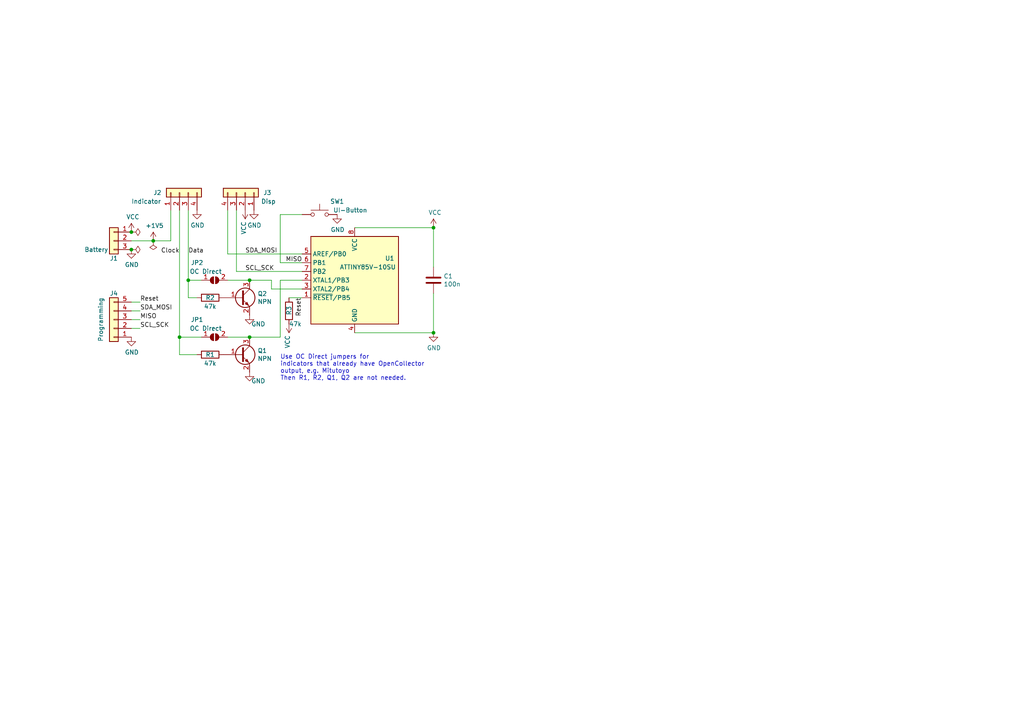
<source format=kicad_sch>
(kicad_sch (version 20211123) (generator eeschema)
  (paper "A4")
  (lib_symbols
    (symbol "Connector_Generic:Conn_01x03" (pin_names (offset 1.016) hide)
      (property "Reference" "J" (at 0 5.08 0))
      (property "Value" "Conn_01x03" (at 0 -5.08 0))
      (symbol "Conn_01x03_1_1"
        (rectangle (start -1.27 -2.413) (end 0 -2.667) (stroke (width 0.1524)))
        (rectangle (start -1.27 0.127) (end 0 -0.127) (stroke (width 0.1524)))
        (rectangle (start -1.27 2.667) (end 0 2.413) (stroke (width 0.1524)))
        (rectangle (start -1.27 3.81) (end 1.27 -3.81) (stroke (width 0.254)) (fill (type background)))
        (pin passive line (at -5.08 2.54 0) (length 3.81) (name "Pin_1") (number "1"))
        (pin passive line (at -5.08 0 0) (length 3.81) (name "Pin_2") (number "2"))
        (pin passive line (at -5.08 -2.54 0) (length 3.81) (name "Pin_3") (number "3"))
      )
    )
    (symbol "Connector_Generic:Conn_01x04" (pin_names (offset 1.016) hide)
      (property "Reference" "J" (at 0 5.08 0))
      (property "Value" "Conn_01x04" (at 0 -7.62 0))
      (symbol "Conn_01x04_1_1"
        (rectangle (start -1.27 -4.953) (end 0 -5.207) (stroke (width 0.1524)))
        (rectangle (start -1.27 -2.413) (end 0 -2.667) (stroke (width 0.1524)))
        (rectangle (start -1.27 0.127) (end 0 -0.127) (stroke (width 0.1524)))
        (rectangle (start -1.27 2.667) (end 0 2.413) (stroke (width 0.1524)))
        (rectangle (start -1.27 3.81) (end 1.27 -6.35) (stroke (width 0.254)) (fill (type background)))
        (pin passive line (at -5.08 2.54 0) (length 3.81) (name "Pin_1") (number "1"))
        (pin passive line (at -5.08 0 0) (length 3.81) (name "Pin_2") (number "2"))
        (pin passive line (at -5.08 -2.54 0) (length 3.81) (name "Pin_3") (number "3"))
        (pin passive line (at -5.08 -5.08 0) (length 3.81) (name "Pin_4") (number "4"))
      )
    )
    (symbol "Connector_Generic:Conn_01x05" (pin_names (offset 1.016) hide)
      (property "Reference" "J" (at 0 7.62 0))
      (property "Value" "Conn_01x05" (at 0 -7.62 0))
      (symbol "Conn_01x05_1_1"
        (rectangle (start -1.27 -4.953) (end 0 -5.207) (stroke (width 0.1524)))
        (rectangle (start -1.27 -2.413) (end 0 -2.667) (stroke (width 0.1524)))
        (rectangle (start -1.27 0.127) (end 0 -0.127) (stroke (width 0.1524)))
        (rectangle (start -1.27 2.667) (end 0 2.413) (stroke (width 0.1524)))
        (rectangle (start -1.27 5.207) (end 0 4.953) (stroke (width 0.1524)))
        (rectangle (start -1.27 6.35) (end 1.27 -6.35) (stroke (width 0.254)) (fill (type background)))
        (pin passive line (at -5.08 5.08 0) (length 3.81) (name "Pin_1") (number "1"))
        (pin passive line (at -5.08 2.54 0) (length 3.81) (name "Pin_2") (number "2"))
        (pin passive line (at -5.08 0 0) (length 3.81) (name "Pin_3") (number "3"))
        (pin passive line (at -5.08 -2.54 0) (length 3.81) (name "Pin_4") (number "4"))
        (pin passive line (at -5.08 -5.08 0) (length 3.81) (name "Pin_5") (number "5"))
      )
    )
    (symbol "Device:C" (pin_numbers hide) (pin_names (offset 0.254))
      (property "Reference" "C" (at 0.635 2.54 0))
      (property "Value" "C" (at 0.635 -2.54 0))
      (symbol "C_0_1"
        (polyline (pts (xy -2.032 -0.762) (xy 2.032 -0.762)) (stroke (width 0.508)))
        (polyline (pts (xy -2.032 0.762) (xy 2.032 0.762)) (stroke (width 0.508)))
      )
      (symbol "C_1_1"
        (pin passive line (at 0 3.81 270) (length 2.794) (name "~") (number "1"))
        (pin passive line (at 0 -3.81 90) (length 2.794) (name "~") (number "2"))
      )
    )
    (symbol "Device:Q_NPN_BEC" (pin_names (offset 0) hide)
      (property "Reference" "Q" (at 5.08 1.27 0))
      (property "Value" "Q_NPN_BEC" (at 5.08 -1.27 0))
      (symbol "Q_NPN_BEC_0_1"
        (polyline (pts (xy 0.635 0.635) (xy 2.54 2.54)))
        (polyline (pts (xy 0.635 -0.635) (xy 2.54 -2.54) (xy 2.54 -2.54)))
        (polyline (pts (xy 0.635 1.905) (xy 0.635 -1.905) (xy 0.635 -1.905)) (stroke (width 0.508)))
        (polyline (pts (xy 1.27 -1.778) (xy 1.778 -1.27) (xy 2.286 -2.286) (xy 1.27 -1.778) (xy 1.27 -1.778)) (fill (type outline)))
        (circle (center 1.27 0) (radius 2.8194) (stroke (width 0.254)))
      )
      (symbol "Q_NPN_BEC_1_1"
        (pin input line (at -5.08 0 0) (length 5.715) (name "B") (number "1"))
        (pin passive line (at 2.54 -5.08 90) (length 2.54) (name "E") (number "2"))
        (pin passive line (at 2.54 5.08 270) (length 2.54) (name "C") (number "3"))
      )
    )
    (symbol "Device:R" (pin_numbers hide) (pin_names (offset 0))
      (property "Reference" "R" (at 2.032 0 90))
      (property "Value" "R" (at 0 0 90))
      (symbol "R_0_1"
        (rectangle (start -1.016 -2.54) (end 1.016 2.54) (stroke (width 0.254)))
      )
      (symbol "R_1_1"
        (pin passive line (at 0 3.81 270) (length 1.27) (name "~") (number "1"))
        (pin passive line (at 0 -3.81 90) (length 1.27) (name "~") (number "2"))
      )
    )
    (symbol "Jumper:SolderJumper_2_Open" (pin_names (offset 0) hide)
      (property "Reference" "JP" (at 0 2.032 0))
      (property "Value" "SolderJumper_2_Open" (at 0 -2.54 0))
      (symbol "SolderJumper_2_Open_0_1"
        (arc (start -0.254 1.016) (mid -1.27 0) (end -0.254 -1.016))
        (arc (start -0.254 1.016) (mid -1.27 0) (end -0.254 -1.016) (fill (type outline)))
        (polyline (pts (xy -0.254 1.016) (xy -0.254 -1.016)))
        (polyline (pts (xy 0.254 1.016) (xy 0.254 -1.016)))
        (arc (start 0.254 -1.016) (mid 1.27 0) (end 0.254 1.016))
        (arc (start 0.254 -1.016) (mid 1.27 0) (end 0.254 1.016) (fill (type outline)))
      )
      (symbol "SolderJumper_2_Open_1_1"
        (pin passive line (at -3.81 0 0) (length 2.54) (name "A") (number "1"))
        (pin passive line (at 3.81 0 180) (length 2.54) (name "B") (number "2"))
      )
    )
    (symbol "MCU_Microchip_ATtiny:ATtiny85V-10S"
      (property "Reference" "U" (at -12.7 13.97 0))
      (property "Value" "ATtiny85V-10S" (at 2.54 -13.97 0))
      (symbol "ATtiny85V-10S_0_1"
        (rectangle (start -12.7 -12.7) (end 12.7 12.7) (stroke (width 0.254)) (fill (type background)))
      )
      (symbol "ATtiny85V-10S_1_1"
        (pin bidirectional line (at 15.24 -5.08 180) (length 2.54) (name "~{RESET}/PB5") (number "1"))
        (pin bidirectional line (at 15.24 0 180) (length 2.54) (name "XTAL1/PB3") (number "2"))
        (pin bidirectional line (at 15.24 -2.54 180) (length 2.54) (name "XTAL2/PB4") (number "3"))
        (pin power_in line (at 0 -15.24 90) (length 2.54) (name "GND") (number "4"))
        (pin bidirectional line (at 15.24 7.62 180) (length 2.54) (name "AREF/PB0") (number "5"))
        (pin bidirectional line (at 15.24 5.08 180) (length 2.54) (name "PB1") (number "6"))
        (pin bidirectional line (at 15.24 2.54 180) (length 2.54) (name "PB2") (number "7"))
        (pin power_in line (at 0 15.24 270) (length 2.54) (name "VCC") (number "8"))
      )
    )
    (symbol "Switch:SW_Push" (pin_numbers hide) (pin_names (offset 1.016) hide)
      (property "Reference" "SW" (at 1.27 2.54 0))
      (property "Value" "SW_Push" (at 0 -1.524 0))
      (symbol "SW_Push_0_1"
        (circle (center -2.032 0) (radius 0.508))
        (polyline (pts (xy 0 1.27) (xy 0 3.048)))
        (polyline (pts (xy 2.54 1.27) (xy -2.54 1.27)))
        (circle (center 2.032 0) (radius 0.508))
        (pin passive line (at -5.08 0 0) (length 2.54) (name "1") (number "1"))
        (pin passive line (at 5.08 0 180) (length 2.54) (name "2") (number "2"))
      )
    )
    (symbol "power:+1V5" (power) (pin_names (offset 0))
      (property "Value" "+1V5" (at 0 3.556 0))
      (symbol "+1V5_0_1"
        (polyline (pts (xy -0.762 1.27) (xy 0 2.54)))
        (polyline (pts (xy 0 0) (xy 0 2.54)))
        (polyline (pts (xy 0 2.54) (xy 0.762 1.27)))
      )
      (symbol "+1V5_1_1"
        (pin power_in line (at 0 0 90) (length 0) hide (name "+1V5") (number "1"))
      )
    )
    (symbol "power:GND" (power) (pin_names (offset 0))
      (property "Value" "GND" (at 0 -3.81 0))
      (symbol "GND_0_1"
        (polyline (pts (xy 0 0) (xy 0 -1.27) (xy 1.27 -1.27) (xy 0 -2.54) (xy -1.27 -1.27) (xy 0 -1.27)))
      )
      (symbol "GND_1_1"
        (pin power_in line (at 0 0 270) (length 0) hide (name "GND") (number "1"))
      )
    )
    (symbol "power:PWR_FLAG" (power) (pin_numbers hide) (pin_names (offset 0) hide)
      (property "Value" "PWR_FLAG" (at 0 3.81 0))
      (symbol "PWR_FLAG_0_0"
        (pin power_out line (at 0 0 90) (length 0) (name "pwr") (number "1"))
      )
      (symbol "PWR_FLAG_0_1"
        (polyline (pts (xy 0 0) (xy 0 1.27) (xy -1.016 1.905) (xy 0 2.54) (xy 1.016 1.905) (xy 0 1.27)))
      )
    )
    (symbol "power:VCC" (power) (pin_names (offset 0))
      (property "Value" "VCC" (at 0 3.81 0))
      (symbol "VCC_0_1"
        (polyline (pts (xy -0.762 1.27) (xy 0 2.54)))
        (polyline (pts (xy 0 0) (xy 0 2.54)))
        (polyline (pts (xy 0 2.54) (xy 0.762 1.27)))
      )
      (symbol "VCC_1_1"
        (pin power_in line (at 0 0 90) (length 0) hide (name "VCC") (number "1"))
      )
    )
  )
  (junction (at 72.39 97.79))
  (junction (at 38.1 72.39))
  (junction (at 125.73 96.52))
  (junction (at 52.07 97.79))
  (junction (at 38.1 67.31))
  (junction (at 54.61 81.28))
  (junction (at 44.45 69.85))
  (junction (at 125.73 66.04))
  (junction (at 72.39 81.28))
  (wire (pts (xy 66.04 81.28) (xy 72.39 81.28)))
  (wire (pts (xy 78.74 83.82) (xy 87.63 83.82)))
  (wire (pts (xy 54.61 86.36) (xy 57.15 86.36)))
  (wire (pts (xy 102.87 66.04) (xy 125.73 66.04)))
  (wire (pts (xy 49.53 69.85) (xy 49.53 60.96)))
  (wire (pts (xy 54.61 81.28) (xy 58.42 81.28)))
  (wire (pts (xy 87.63 62.23) (xy 81.28 62.23)))
  (wire (pts (xy 87.63 86.36) (xy 83.82 86.36)))
  (wire (pts (xy 125.73 66.04) (xy 125.73 77.47)))
  (wire (pts (xy 81.28 62.23) (xy 81.28 76.2)))
  (wire (pts (xy 68.58 78.74) (xy 87.63 78.74)))
  (wire (pts (xy 52.07 60.96) (xy 52.07 97.79)))
  (wire (pts (xy 81.28 97.79) (xy 81.28 81.28)))
  (wire (pts (xy 54.61 60.96) (xy 54.61 81.28)))
  (wire (pts (xy 125.73 85.09) (xy 125.73 96.52)))
  (wire (pts (xy 78.74 81.28) (xy 78.74 83.82)))
  (wire (pts (xy 38.1 90.17) (xy 40.64 90.17)))
  (wire (pts (xy 54.61 81.28) (xy 54.61 86.36)))
  (wire (pts (xy 72.39 81.28) (xy 78.74 81.28)))
  (wire (pts (xy 81.28 81.28) (xy 87.63 81.28)))
  (wire (pts (xy 38.1 92.71) (xy 40.64 92.71)))
  (wire (pts (xy 52.07 97.79) (xy 52.07 102.87)))
  (wire (pts (xy 38.1 95.25) (xy 40.64 95.25)))
  (wire (pts (xy 66.04 60.96) (xy 66.04 73.66)))
  (wire (pts (xy 102.87 96.52) (xy 125.73 96.52)))
  (wire (pts (xy 52.07 97.79) (xy 58.42 97.79)))
  (wire (pts (xy 38.1 69.85) (xy 44.45 69.85)))
  (wire (pts (xy 44.45 69.85) (xy 49.53 69.85)))
  (wire (pts (xy 81.28 76.2) (xy 87.63 76.2)))
  (wire (pts (xy 38.1 87.63) (xy 40.64 87.63)))
  (wire (pts (xy 68.58 60.96) (xy 68.58 78.74)))
  (wire (pts (xy 52.07 102.87) (xy 57.15 102.87)))
  (wire (pts (xy 72.39 97.79) (xy 81.28 97.79)))
  (wire (pts (xy 66.04 73.66) (xy 87.63 73.66)))
  (wire (pts (xy 66.04 97.79) (xy 72.39 97.79)))
  (text "Use OC Direct jumpers for\nindicators that already have OpenCollector\noutput, e.g. Mitutoyo\nThen R1, R2, Q1, Q2 are not needed." (at 81.28 110.49 0) (effects (font (size 1.27 1.27)) (justify left bottom)))
  (label "SDA_MOSI" (at 40.64 90.17 0))
  (label "Reset" (at 40.64 87.63 0))
  (label "Data" (at 54.61 73.66 0))
  (label "SDA_MOSI" (at 71.12 73.66 0))
  (label "SCL_SCK" (at 71.12 78.74 0))
  (label "Reset" (at 87.63 86.36 270))
  (label "Clock" (at 52.07 73.66 180))
  (label "MISO" (at 87.63 76.2 180))
  (label "MISO" (at 40.64 92.71 0))
  (label "SCL_SCK" (at 40.64 95.25 0))
  (symbol (lib_id "Device:C") (at 125.73 81.28 0) (unit 1)
    (property "Reference" "C1" (at 128.651 80.1116 0) (effects (justify left)))
    (property "Value" "100n" (at 128.651 82.423 0) (effects (justify left)))
    (property "Footprint" "Capacitor_SMD:C_0603_1608Metric" (effects hide))
  )
  (symbol (lib_id "Device:Q_NPN_BEC") (at 69.85 86.36 0) (unit 1)
    (property "Reference" "Q2" (at 74.7014 85.1916 0) (effects (justify left)))
    (property "Value" "NPN" (at 74.7014 87.503 0) (effects (justify left)))
    (property "Footprint" "Package_TO_SOT_SMD:SOT-23" (effects hide))
  )
  (symbol (lib_id "power:GND") (at 72.39 91.44 0) (unit 1)
    (property "Reference" "#PWR0101" (effects hide))
    (property "Value" "GND" (at 74.93 93.98 0))
  )
  (symbol (lib_id "power:GND") (at 72.39 107.95 0) (unit 1)
    (property "Reference" "#PWR0102" (effects hide))
    (property "Value" "GND" (at 74.93 110.49 0))
  )
  (symbol (lib_id "power:VCC") (at 125.73 66.04 0) (unit 1)
    (property "Reference" "#PWR0103" (effects hide))
    (property "Value" "VCC" (at 126.1618 61.6458 0))
  )
  (symbol (lib_id "power:GND") (at 125.73 96.52 0) (unit 1)
    (property "Reference" "#PWR0104" (effects hide))
    (property "Value" "GND" (at 125.857 100.9142 0))
  )
  (symbol (lib_id "power:VCC") (at 71.12 60.96 180) (unit 1)
    (property "Reference" "#PWR0105" (effects hide))
    (property "Value" "VCC" (at 70.6882 64.2112 90) (effects (justify left)))
  )
  (symbol (lib_id "power:GND") (at 73.66 60.96 0) (unit 1)
    (property "Reference" "#PWR0106" (effects hide))
    (property "Value" "GND" (at 73.787 65.3542 0))
  )
  (symbol (lib_id "MCU_Microchip_ATtiny:ATtiny85V-10S") (at 102.87 81.28 0) (mirror y) (unit 1)
    (property "Reference" "U1" (at 113.03 74.93 0))
    (property "Value" "ATTINY85V-10SU" (at 106.68 77.47 0))
    (property "Footprint" "Package_SO:SOIC-8_5.23x5.23mm_P1.27mm" (effects hide))
    (property "Datasheet" "http://ww1.microchip.com/downloads/en/DeviceDoc/atmel-2586-avr-8-bit-microcontroller-attiny25-attiny45-attiny85_datasheet.pdf" (effects hide))
  )
  (symbol (lib_id "Switch:SW_Push") (at 92.71 62.23 0) (mirror y) (unit 1)
    (property "Reference" "SW1" (at 97.79 58.42 0))
    (property "Value" "UI-Button" (at 101.6 60.96 0))
    (property "Footprint" "digi-spherometer:EVQP7-Switch" (effects hide))
  )
  (symbol (lib_id "power:GND") (at 97.79 62.23 0) (unit 1)
    (property "Reference" "#PWR0107" (effects hide))
    (property "Value" "GND" (at 97.917 66.6242 0))
  )
  (symbol (lib_id "Device:Q_NPN_BEC") (at 69.85 102.87 0) (unit 1)
    (property "Reference" "Q1" (at 74.7014 101.7016 0) (effects (justify left)))
    (property "Value" "NPN" (at 74.7014 104.013 0) (effects (justify left)))
    (property "Footprint" "Package_TO_SOT_SMD:SOT-23" (effects hide))
  )
  (symbol (lib_id "Connector_Generic:Conn_01x04") (at 52.07 55.88 90) (unit 1)
    (property "Reference" "J2" (at 44.45 55.88 90) (effects (justify right)))
    (property "Value" "Indicator" (at 38.1 58.42 90) (effects (justify right)))
    (property "Footprint" "digi-spherometer:connect-edge-4slot-2mm" (effects hide))
  )
  (symbol (lib_id "power:GND") (at 57.15 60.96 0) (unit 1)
    (property "Reference" "#PWR0108" (effects hide))
    (property "Value" "GND" (at 57.277 65.3542 0))
  )
  (symbol (lib_id "Device:R") (at 60.96 102.87 270) (unit 1)
    (property "Reference" "R1" (at 60.96 102.87 90))
    (property "Value" "47k" (at 60.96 105.41 90))
    (property "Footprint" "Resistor_SMD:R_0603_1608Metric" (effects hide))
  )
  (symbol (lib_id "Device:R") (at 60.96 86.36 270) (unit 1)
    (property "Reference" "R2" (at 60.96 86.36 90))
    (property "Value" "47k" (at 60.96 88.9 90))
    (property "Footprint" "Resistor_SMD:R_0603_1608Metric" (effects hide))
  )
  (symbol (lib_id "Connector_Generic:Conn_01x03") (at 33.02 69.85 0) (mirror y) (unit 1)
    (property "Reference" "J1" (at 33.02 74.93 0))
    (property "Value" "Battery" (at 27.94 72.39 0))
    (property "Footprint" "digi-spherometer:connect-edge-3slot-2mm" (effects hide))
  )
  (symbol (lib_id "power:GND") (at 38.1 72.39 0) (unit 1)
    (property "Reference" "#PWR0109" (effects hide))
    (property "Value" "GND" (at 38.227 76.7842 0))
  )
  (symbol (lib_id "power:VCC") (at 38.1 67.31 0) (unit 1)
    (property "Reference" "#PWR0111" (effects hide))
    (property "Value" "VCC" (at 38.5318 62.9158 0))
  )
  (symbol (lib_id "Device:R") (at 83.82 90.17 180) (unit 1)
    (property "Reference" "R3" (at 83.82 91.44 90) (effects (justify right)))
    (property "Value" "47k" (at 83.82 93.98 0) (effects (justify right)))
    (property "Footprint" "Resistor_SMD:R_0603_1608Metric" (effects hide))
  )
  (symbol (lib_id "power:VCC") (at 83.82 93.98 180) (unit 1)
    (property "Reference" "#PWR01" (effects hide))
    (property "Value" "VCC" (at 83.3882 97.2312 90) (effects (justify left)))
  )
  (symbol (lib_id "Connector_Generic:Conn_01x04") (at 71.12 55.88 270) (mirror x) (unit 1)
    (property "Reference" "J3" (at 78.74 55.88 90) (effects (justify right)))
    (property "Value" "Disp" (at 80.01 58.42 90) (effects (justify right)))
    (property "Footprint" "Connector_PinHeader_2.54mm:PinHeader_1x04_P2.54mm_Vertical" (effects hide))
  )
  (symbol (lib_id "Jumper:SolderJumper_2_Open") (at 62.23 97.79 0) (unit 1)
    (property "Reference" "JP1" (at 57.15 92.71 0))
    (property "Value" "OC Direct" (at 59.69 95.25 0))
    (property "Footprint" "Jumper:SolderJumper-2_P1.3mm_Open_RoundedPad1.0x1.5mm" (effects hide))
  )
  (symbol (lib_id "Jumper:SolderJumper_2_Open") (at 62.23 81.28 0) (unit 1)
    (property "Reference" "JP2" (at 57.15 76.2 0))
    (property "Value" "OC Direct" (at 59.69 78.74 0))
    (property "Footprint" "Jumper:SolderJumper-2_P1.3mm_Open_RoundedPad1.0x1.5mm" (effects hide))
  )
  (symbol (lib_id "Connector_Generic:Conn_01x05") (at 33.02 92.71 180) (unit 1)
    (property "Reference" "J4" (at 33.02 85.09 0))
    (property "Value" "Programming" (at 29.21 92.71 90))
    (property "Footprint" "Connector_PinHeader_2.54mm:PinHeader_1x05_P2.54mm_Vertical" (effects hide))
  )
  (symbol (lib_id "power:GND") (at 38.1 97.79 0) (unit 1)
    (property "Reference" "#PWR0113" (effects hide))
    (property "Value" "GND" (at 38.227 102.1842 0))
  )
  (symbol (lib_id "power:PWR_FLAG") (at 38.1 67.31 270) (unit 1)
    (property "Reference" "#FLG0101" (effects hide))
    (property "Value" "PWR_FLAG" (effects hide))
  )
  (symbol (lib_id "power:PWR_FLAG") (at 38.1 72.39 270) (unit 1)
    (property "Reference" "#FLG0102" (effects hide))
    (property "Value" "PWR_FLAG" (effects hide))
  )
  (symbol (lib_id "power:+1V5") (at 44.45 69.85 0) (unit 1)
    (property "Reference" "#PWR0110" (effects hide))
    (property "Value" "+1V5" (at 44.831 65.4558 0))
  )
  (symbol (lib_id "power:PWR_FLAG") (at 44.45 69.85 180) (unit 1)
    (property "Reference" "#FLG0103" (effects hide))
    (property "Value" "PWR_FLAG" (effects hide))
  )
)
</source>
